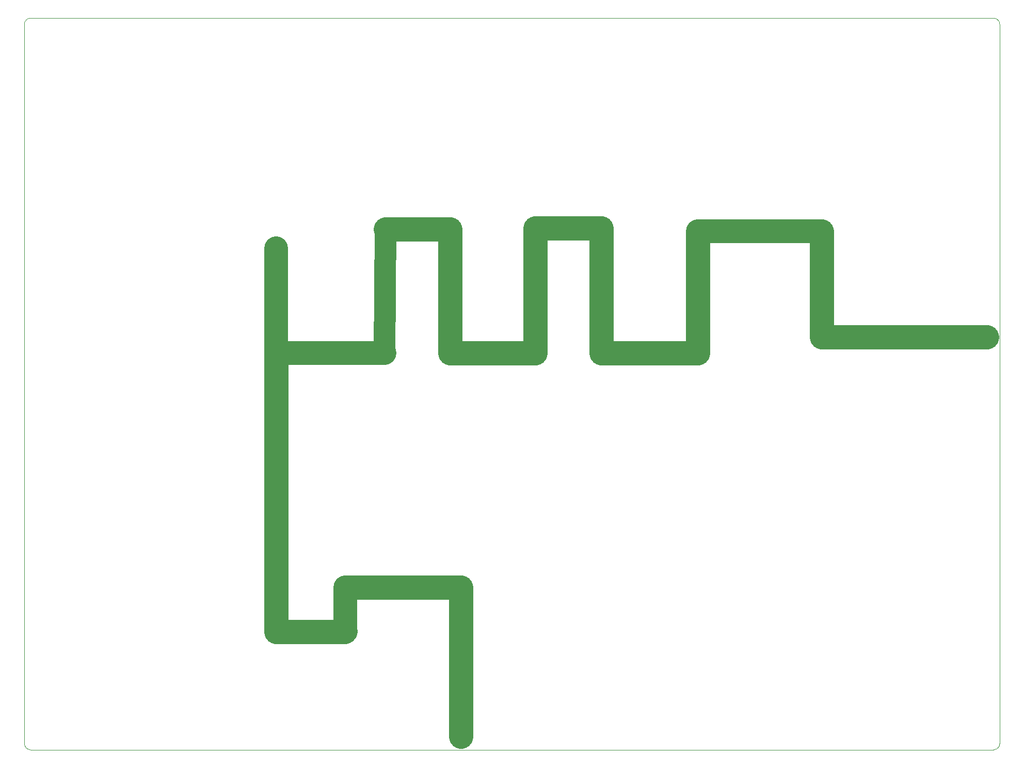
<source format=gko>
G04*
G04 #@! TF.GenerationSoftware,Altium Limited,Altium Designer,21.4.1 (30)*
G04*
G04 Layer_Color=16711935*
%FSLAX25Y25*%
%MOIN*%
G70*
G04*
G04 #@! TF.SameCoordinates,ABD127B9-61DE-435D-9B50-71DF74D21850*
G04*
G04*
G04 #@! TF.FilePolarity,Positive*
G04*
G01*
G75*
%ADD170C,0.00000*%
%ADD176C,0.15748*%
%ADD177C,0.15354*%
%ADD178C,0.14000*%
D170*
X0Y3937D02*
G03*
X3937Y0I3937J0D01*
G01*
X625984D02*
G03*
X629921Y3937I0J3937D01*
G01*
Y468504D02*
G03*
X625984Y472441I-3937J0D01*
G01*
X3937D02*
G03*
X0Y468504I0J-3937D01*
G01*
X629921Y3937D02*
Y468504D01*
X3937Y472441D02*
X625984D01*
X0Y3937D02*
Y468504D01*
X3937Y0D02*
X625984D01*
D176*
X515000Y266620D02*
X621600D01*
X435000Y256191D02*
Y334941D01*
X233091Y336191D02*
X275000D01*
X162500Y76191D02*
Y256200D01*
X515000Y266620D02*
Y334941D01*
X275000Y256191D02*
X330000D01*
X162500Y76191D02*
X206887D01*
X281875Y8600D02*
Y104900D01*
X275000Y256191D02*
Y336191D01*
X207168Y104900D02*
X281875D01*
X330000Y256191D02*
Y336816D01*
X372500Y256191D02*
X435000D01*
X330000Y336816D02*
X372500D01*
X206887Y76191D02*
X207168Y76472D01*
X372500Y256191D02*
Y336816D01*
D177*
X207168Y76472D02*
Y104900D01*
X162500Y256200D02*
X232466D01*
X162500Y256191D02*
Y323691D01*
X435000Y334941D02*
X515000D01*
D178*
X232466Y256200D02*
X233091Y336191D01*
M02*

</source>
